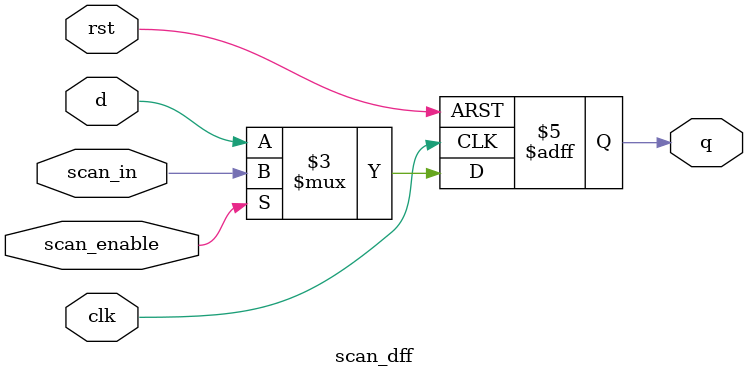
<source format=v>
module scan_dff (
	input clk,
	input rst,
	input d,
	input scan_in,
	input scan_enable,
	output reg q
);

	always @(posedge clk or posedge rst) begin
		if (rst)
				q<= 1'b0;
		else if (scan_enable)
				q <= scan_in; // scan模式;把scan_in給q
		else 
				q <= d; //正常模式:把d給q
	end
	endmodule
	

</source>
